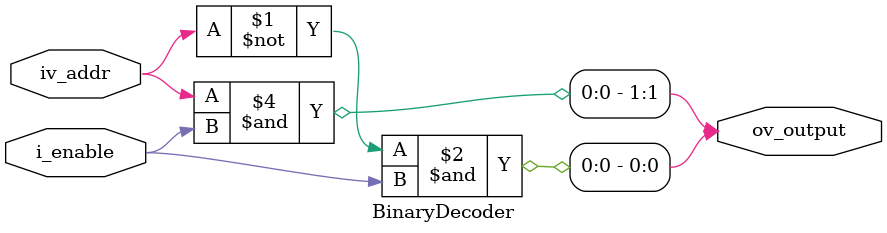
<source format=v>
module BinaryDecoder 
		#(
			parameter p_WIDTH = 2 // Must be greater than one.
		) (
			input [p_ADDR_WIDTH - 1 : 0] iv_addr,
			input i_enable,
			output [p_WIDTH - 1 : 0] ov_output
		);

localparam p_ADDR_WIDTH = $clog2(p_WIDTH);

generate

	genvar i;
	
	for(i = 0; i < p_WIDTH; i = i + 1) begin : gen_out
		assign ov_output[i] = (iv_addr == i) & i_enable;
	end
	
endgenerate

endmodule // BinaryDecoder



</source>
